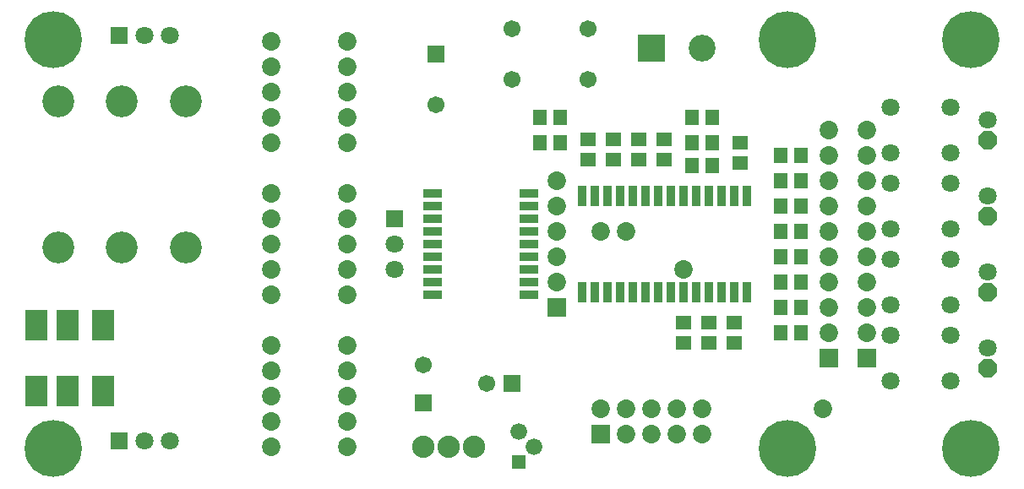
<source format=gts>
%FSLAX23Y23*%
%MOIN*%
G70*
G01*
G75*
G04 Layer_Color=8388736*
%ADD10R,0.079X0.114*%
%ADD11R,0.025X0.075*%
%ADD12R,0.050X0.054*%
%ADD13R,0.054X0.050*%
%ADD14R,0.070X0.025*%
%ADD15C,0.020*%
%ADD16C,0.015*%
%ADD17C,0.025*%
%ADD18C,0.050*%
%ADD19C,0.030*%
%ADD20C,0.058*%
%ADD21C,0.058*%
%ADD22R,0.050X0.050*%
%ADD23C,0.065*%
%ADD24C,0.063*%
%ADD25P,0.068X8X112.5*%
%ADD26R,0.063X0.063*%
%ADD27R,0.063X0.063*%
%ADD28C,0.217*%
%ADD29C,0.217*%
%ADD30R,0.065X0.065*%
%ADD31C,0.118*%
%ADD32C,0.080*%
%ADD33R,0.059X0.059*%
%ADD34C,0.059*%
%ADD35R,0.059X0.059*%
%ADD36R,0.065X0.065*%
%ADD37C,0.059*%
%ADD38C,0.098*%
%ADD39R,0.098X0.098*%
%ADD40C,0.040*%
%ADD41C,0.035*%
%ADD42C,0.020*%
%ADD43C,0.010*%
%ADD44C,0.014*%
%ADD45C,0.010*%
%ADD46C,0.010*%
%ADD47C,0.008*%
%ADD48R,0.400X0.050*%
%ADD49R,0.087X0.122*%
%ADD50R,0.033X0.083*%
%ADD51R,0.058X0.062*%
%ADD52R,0.062X0.058*%
%ADD53R,0.078X0.033*%
%ADD54C,0.066*%
%ADD55C,0.066*%
%ADD56R,0.058X0.058*%
%ADD57C,0.073*%
%ADD58C,0.071*%
%ADD59P,0.077X8X112.5*%
%ADD60R,0.071X0.071*%
%ADD61R,0.071X0.071*%
%ADD62C,0.225*%
%ADD63C,0.225*%
%ADD64R,0.073X0.073*%
%ADD65C,0.126*%
%ADD66C,0.088*%
%ADD67R,0.067X0.067*%
%ADD68C,0.067*%
%ADD69R,0.067X0.067*%
%ADD70R,0.073X0.073*%
%ADD71C,0.067*%
%ADD72C,0.106*%
%ADD73R,0.106X0.106*%
D49*
X-2165Y-580D02*
D03*
Y-320D02*
D03*
X-2303D02*
D03*
Y-580D02*
D03*
X-2429Y-320D02*
D03*
Y-580D02*
D03*
D50*
X25Y-190D02*
D03*
X-25D02*
D03*
X-75D02*
D03*
X-125D02*
D03*
X-175D02*
D03*
X-225D02*
D03*
X-75Y190D02*
D03*
X-25D02*
D03*
X25D02*
D03*
X75D02*
D03*
X175Y-190D02*
D03*
X225D02*
D03*
X275D02*
D03*
X325D02*
D03*
X-275D02*
D03*
X75D02*
D03*
X375D02*
D03*
Y190D02*
D03*
X325D02*
D03*
X275D02*
D03*
X225D02*
D03*
X175D02*
D03*
X125D02*
D03*
X-225D02*
D03*
X-275D02*
D03*
X125Y-190D02*
D03*
X-125Y190D02*
D03*
X-175D02*
D03*
D51*
X-440Y400D02*
D03*
X-360D02*
D03*
Y500D02*
D03*
X-440D02*
D03*
X590Y-350D02*
D03*
X510D02*
D03*
Y-250D02*
D03*
X590D02*
D03*
X510Y-150D02*
D03*
X590D02*
D03*
X510Y-50D02*
D03*
X590D02*
D03*
Y50D02*
D03*
X510D02*
D03*
Y350D02*
D03*
X590D02*
D03*
X510Y250D02*
D03*
X590D02*
D03*
X510Y150D02*
D03*
X590D02*
D03*
X240Y500D02*
D03*
X160D02*
D03*
X240Y400D02*
D03*
X160D02*
D03*
Y310D02*
D03*
X240D02*
D03*
D52*
X-250Y415D02*
D03*
Y335D02*
D03*
X-150Y415D02*
D03*
Y335D02*
D03*
X-50D02*
D03*
Y415D02*
D03*
X50Y335D02*
D03*
Y415D02*
D03*
X350Y320D02*
D03*
Y400D02*
D03*
X125Y-310D02*
D03*
Y-390D02*
D03*
X225Y-310D02*
D03*
Y-390D02*
D03*
X325Y-310D02*
D03*
Y-390D02*
D03*
D53*
X-485Y-200D02*
D03*
Y-150D02*
D03*
Y-100D02*
D03*
Y-50D02*
D03*
Y0D02*
D03*
Y50D02*
D03*
Y100D02*
D03*
Y150D02*
D03*
Y200D02*
D03*
X-865D02*
D03*
Y50D02*
D03*
Y0D02*
D03*
Y150D02*
D03*
Y100D02*
D03*
Y-100D02*
D03*
Y-50D02*
D03*
Y-150D02*
D03*
Y-200D02*
D03*
D54*
X-525Y-740D02*
D03*
D55*
X-465Y-800D02*
D03*
D56*
X-525Y-860D02*
D03*
D57*
X675Y-650D02*
D03*
X-1200Y0D02*
D03*
X-1500D02*
D03*
X-1200Y-700D02*
D03*
X-1500D02*
D03*
X-1200Y700D02*
D03*
X-1500D02*
D03*
X850Y150D02*
D03*
Y250D02*
D03*
Y350D02*
D03*
Y450D02*
D03*
Y50D02*
D03*
Y-50D02*
D03*
Y-150D02*
D03*
Y-350D02*
D03*
Y-250D02*
D03*
X700Y150D02*
D03*
Y250D02*
D03*
Y350D02*
D03*
Y450D02*
D03*
Y50D02*
D03*
Y-50D02*
D03*
Y-150D02*
D03*
Y-350D02*
D03*
Y-250D02*
D03*
X-1200Y-500D02*
D03*
X-1500D02*
D03*
Y-400D02*
D03*
Y-600D02*
D03*
X-1200D02*
D03*
Y-100D02*
D03*
X-1500D02*
D03*
Y200D02*
D03*
X-1200Y500D02*
D03*
X-1500D02*
D03*
Y800D02*
D03*
X200Y-650D02*
D03*
Y-750D02*
D03*
X100Y-650D02*
D03*
Y-750D02*
D03*
X0Y-650D02*
D03*
Y-750D02*
D03*
X-100Y-650D02*
D03*
Y-750D02*
D03*
X-200Y-650D02*
D03*
X-375Y-50D02*
D03*
Y-150D02*
D03*
Y50D02*
D03*
Y150D02*
D03*
Y250D02*
D03*
X125Y-100D02*
D03*
X-100Y50D02*
D03*
X-200D02*
D03*
X-1500Y600D02*
D03*
X-1200D02*
D03*
Y800D02*
D03*
X-1500Y100D02*
D03*
X-1200D02*
D03*
Y200D02*
D03*
Y-400D02*
D03*
X-1500Y400D02*
D03*
X-1200D02*
D03*
X-1500Y-200D02*
D03*
X-1200D02*
D03*
X-1500Y-800D02*
D03*
X-1200D02*
D03*
D58*
X1325Y490D02*
D03*
Y190D02*
D03*
Y-110D02*
D03*
Y-410D02*
D03*
X942Y361D02*
D03*
Y539D02*
D03*
X1178D02*
D03*
Y361D02*
D03*
Y61D02*
D03*
Y239D02*
D03*
X942D02*
D03*
Y61D02*
D03*
Y-239D02*
D03*
Y-61D02*
D03*
X1178D02*
D03*
Y-239D02*
D03*
Y-539D02*
D03*
Y-361D02*
D03*
X942D02*
D03*
Y-539D02*
D03*
X-1900Y-775D02*
D03*
X-2000D02*
D03*
X-1900Y825D02*
D03*
X-2000D02*
D03*
X-1015Y-100D02*
D03*
Y0D02*
D03*
D59*
X1325Y410D02*
D03*
Y110D02*
D03*
Y-190D02*
D03*
Y-490D02*
D03*
D60*
X-2100Y-775D02*
D03*
Y825D02*
D03*
D61*
X-1015Y100D02*
D03*
D62*
X1260Y-807D02*
D03*
Y807D02*
D03*
X-2362D02*
D03*
Y-807D02*
D03*
D63*
X536Y806D02*
D03*
Y-808D02*
D03*
D64*
X850Y-450D02*
D03*
X700D02*
D03*
X-375Y-250D02*
D03*
D65*
X-2342Y564D02*
D03*
Y-14D02*
D03*
X-1838D02*
D03*
Y564D02*
D03*
X-2090Y-14D02*
D03*
Y564D02*
D03*
D66*
X-900Y-800D02*
D03*
X-700D02*
D03*
X-800D02*
D03*
D67*
X-900Y-625D02*
D03*
X-850Y750D02*
D03*
D68*
X-900Y-475D02*
D03*
X-650Y-550D02*
D03*
X-850Y550D02*
D03*
D69*
X-550Y-550D02*
D03*
D70*
X-200Y-750D02*
D03*
D71*
X-550Y850D02*
D03*
X-250Y650D02*
D03*
Y850D02*
D03*
X-550Y650D02*
D03*
D72*
X200Y775D02*
D03*
D73*
X0D02*
D03*
M02*

</source>
